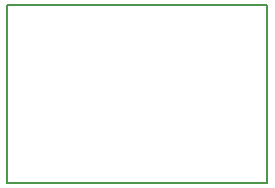
<source format=gbr>
%TF.GenerationSoftware,KiCad,Pcbnew,(6.0.4)*%
%TF.CreationDate,2022-07-11T20:34:20+03:00*%
%TF.ProjectId,Basic-150-MHz-Telemetry-Transmitter-SMD,42617369-632d-4313-9530-2d4d487a2d54,rev?*%
%TF.SameCoordinates,Original*%
%TF.FileFunction,Other,User*%
%FSLAX46Y46*%
G04 Gerber Fmt 4.6, Leading zero omitted, Abs format (unit mm)*
G04 Created by KiCad (PCBNEW (6.0.4)) date 2022-07-11 20:34:20*
%MOMM*%
%LPD*%
G01*
G04 APERTURE LIST*
%ADD10C,0.150000*%
G04 APERTURE END LIST*
D10*
X40000000Y-40000000D02*
X62000000Y-40000000D01*
X62000000Y-40000000D02*
X62000000Y-55000000D01*
X62000000Y-55000000D02*
X40000000Y-55000000D01*
X40000000Y-55000000D02*
X40000000Y-40000000D01*
M02*

</source>
